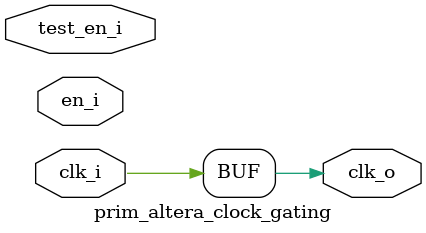
<source format=sv>

module prim_altera_clock_gating (
  input        clk_i,
  input        en_i,
  input        test_en_i,
  output logic clk_o
);

  assign clk_o = clk_i;

endmodule

</source>
